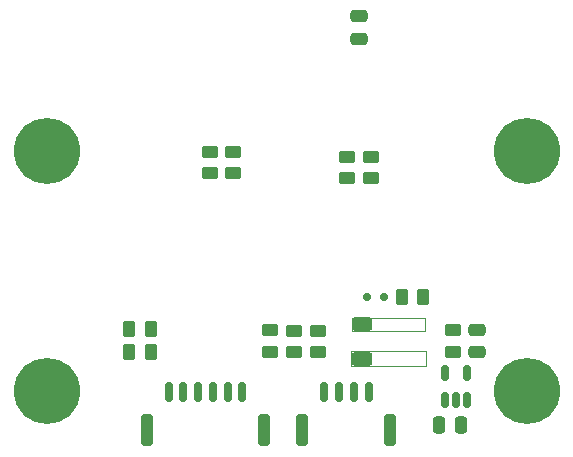
<source format=gbr>
%TF.GenerationSoftware,KiCad,Pcbnew,8.0.4+1*%
%TF.CreationDate,2024-10-18T12:55:20+00:00*%
%TF.ProjectId,TFGPSLITE01,54464750-534c-4495-9445-30312e6b6963,rev?*%
%TF.SameCoordinates,Original*%
%TF.FileFunction,Soldermask,Bot*%
%TF.FilePolarity,Negative*%
%FSLAX46Y46*%
G04 Gerber Fmt 4.6, Leading zero omitted, Abs format (unit mm)*
G04 Created by KiCad (PCBNEW 8.0.4+1) date 2024-10-18 12:55:20*
%MOMM*%
%LPD*%
G01*
G04 APERTURE LIST*
G04 Aperture macros list*
%AMRoundRect*
0 Rectangle with rounded corners*
0 $1 Rounding radius*
0 $2 $3 $4 $5 $6 $7 $8 $9 X,Y pos of 4 corners*
0 Add a 4 corners polygon primitive as box body*
4,1,4,$2,$3,$4,$5,$6,$7,$8,$9,$2,$3,0*
0 Add four circle primitives for the rounded corners*
1,1,$1+$1,$2,$3*
1,1,$1+$1,$4,$5*
1,1,$1+$1,$6,$7*
1,1,$1+$1,$8,$9*
0 Add four rect primitives between the rounded corners*
20,1,$1+$1,$2,$3,$4,$5,0*
20,1,$1+$1,$4,$5,$6,$7,0*
20,1,$1+$1,$6,$7,$8,$9,0*
20,1,$1+$1,$8,$9,$2,$3,0*%
G04 Aperture macros list end*
%ADD10C,0.100000*%
%ADD11C,5.600000*%
%ADD12RoundRect,0.250000X-0.450000X0.262500X-0.450000X-0.262500X0.450000X-0.262500X0.450000X0.262500X0*%
%ADD13RoundRect,0.250000X0.450000X-0.262500X0.450000X0.262500X-0.450000X0.262500X-0.450000X-0.262500X0*%
%ADD14RoundRect,0.250000X0.262500X0.450000X-0.262500X0.450000X-0.262500X-0.450000X0.262500X-0.450000X0*%
%ADD15RoundRect,0.150000X0.150000X-0.512500X0.150000X0.512500X-0.150000X0.512500X-0.150000X-0.512500X0*%
%ADD16RoundRect,0.250000X0.475000X-0.250000X0.475000X0.250000X-0.475000X0.250000X-0.475000X-0.250000X0*%
%ADD17RoundRect,0.250000X-0.262500X-0.450000X0.262500X-0.450000X0.262500X0.450000X-0.262500X0.450000X0*%
%ADD18RoundRect,0.150000X0.150000X0.200000X-0.150000X0.200000X-0.150000X-0.200000X0.150000X-0.200000X0*%
%ADD19RoundRect,0.250000X-0.250000X-0.475000X0.250000X-0.475000X0.250000X0.475000X-0.250000X0.475000X0*%
%ADD20RoundRect,0.150000X0.150000X0.700000X-0.150000X0.700000X-0.150000X-0.700000X0.150000X-0.700000X0*%
%ADD21RoundRect,0.250000X0.250000X1.100000X-0.250000X1.100000X-0.250000X-1.100000X0.250000X-1.100000X0*%
%ADD22RoundRect,0.250000X-0.625000X0.312500X-0.625000X-0.312500X0.625000X-0.312500X0.625000X0.312500X0*%
G04 APERTURE END LIST*
D10*
X141520000Y-113950000D02*
X147720000Y-113950000D01*
X147720000Y-115100000D01*
X141520000Y-115100000D01*
X141520000Y-113950000D01*
X141460000Y-116810000D02*
X147770000Y-116810000D01*
X147770000Y-118050000D01*
X141460000Y-118050000D01*
X141460000Y-116810000D01*
D11*
%TO.C,M4*%
X156340000Y-99840000D03*
%TD*%
%TO.C,M1*%
X115700000Y-99840000D03*
%TD*%
%TO.C,M3*%
X115700000Y-120160000D03*
%TD*%
%TO.C,M2*%
X156340000Y-120160000D03*
%TD*%
D12*
%TO.C,R2*%
X129500000Y-99907500D03*
X129500000Y-101732500D03*
%TD*%
D13*
%TO.C,R9*%
X138690000Y-116892500D03*
X138690000Y-115067500D03*
%TD*%
%TO.C,R6*%
X143130000Y-102142500D03*
X143130000Y-100317500D03*
%TD*%
%TO.C,R5*%
X141100000Y-102132500D03*
X141100000Y-100307500D03*
%TD*%
D12*
%TO.C,R3*%
X131510000Y-99907500D03*
X131510000Y-101732500D03*
%TD*%
D14*
%TO.C,R1*%
X147592500Y-112230000D03*
X145767500Y-112230000D03*
%TD*%
D15*
%TO.C,U1*%
X151302500Y-120922500D03*
X150352500Y-120922500D03*
X149402500Y-120922500D03*
X149402500Y-118647500D03*
X151302500Y-118647500D03*
%TD*%
D16*
%TO.C,C1*%
X142140000Y-90330000D03*
X142140000Y-88430000D03*
%TD*%
D13*
%TO.C,R10*%
X136660000Y-116882500D03*
X136660000Y-115057500D03*
%TD*%
D17*
%TO.C,R7*%
X122667500Y-116870000D03*
X124492500Y-116870000D03*
%TD*%
D12*
%TO.C,R4*%
X134620000Y-115027500D03*
X134620000Y-116852500D03*
%TD*%
D16*
%TO.C,C4*%
X152090000Y-116895000D03*
X152090000Y-114995000D03*
%TD*%
D18*
%TO.C,D1*%
X142857500Y-112180000D03*
X144257500Y-112180000D03*
%TD*%
D19*
%TO.C,C3*%
X148872500Y-123045000D03*
X150772500Y-123045000D03*
%TD*%
D20*
%TO.C,J1*%
X132265000Y-120230000D03*
X131015000Y-120230000D03*
X129765000Y-120230000D03*
X128515000Y-120230000D03*
X127265000Y-120230000D03*
X126015000Y-120230000D03*
D21*
X134115000Y-123430000D03*
X124165000Y-123430000D03*
%TD*%
D17*
%TO.C,R8*%
X122677500Y-114870000D03*
X124502500Y-114870000D03*
%TD*%
D20*
%TO.C,J2*%
X142945000Y-120270000D03*
X141695000Y-120270000D03*
X140445000Y-120270000D03*
X139195000Y-120270000D03*
D21*
X144795000Y-123470000D03*
X137345000Y-123470000D03*
%TD*%
D22*
%TO.C,C2*%
X142400000Y-114507500D03*
X142400000Y-117432500D03*
%TD*%
D13*
%TO.C,R11*%
X150070000Y-116837500D03*
X150070000Y-115012500D03*
%TD*%
M02*

</source>
